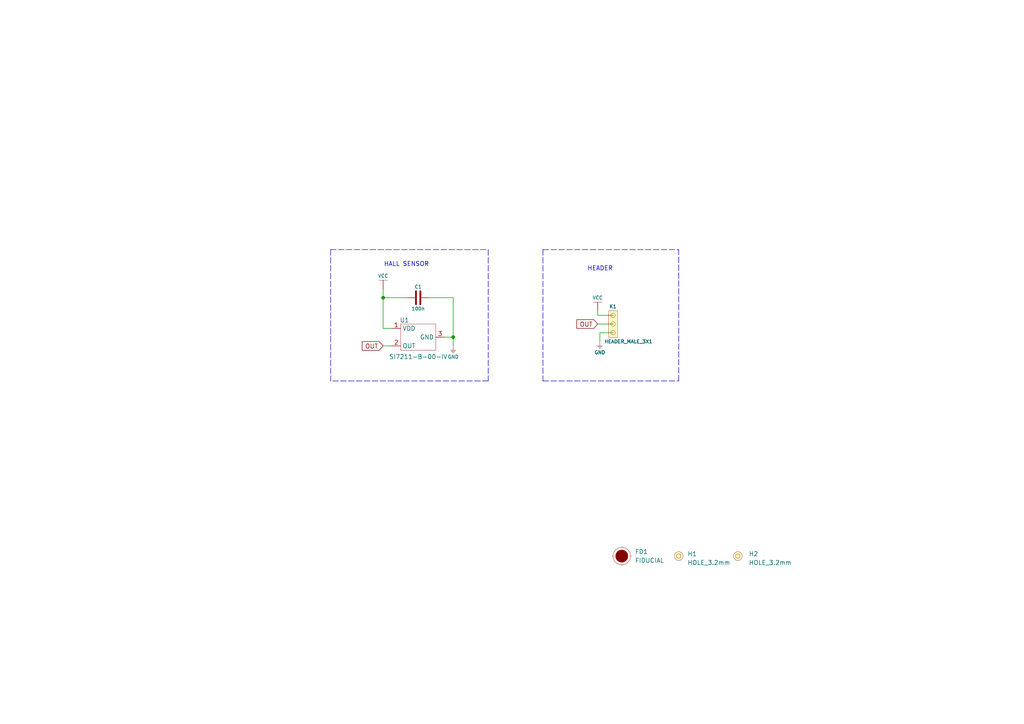
<source format=kicad_sch>
(kicad_sch (version 20211123) (generator eeschema)

  (uuid ea40d022-c996-4a4a-8961-7238afb1dbe3)

  (paper "A4")

  (title_block
    (title "Hall effect sensor analog")
    (date "2021-09-01")
    (rev "V1.1.1.")
    (company "SOLDERED")
    (comment 1 "333079")
  )

  (lib_symbols
    (symbol "e-radionica.com schematics:0603C" (pin_numbers hide) (pin_names (offset 0.002)) (in_bom yes) (on_board yes)
      (property "Reference" "C" (id 0) (at -0.635 3.175 0)
        (effects (font (size 1 1)))
      )
      (property "Value" "0603C" (id 1) (at 0 -3.175 0)
        (effects (font (size 1 1)))
      )
      (property "Footprint" "e-radionica.com footprinti:0603C" (id 2) (at 0 0 0)
        (effects (font (size 1 1)) hide)
      )
      (property "Datasheet" "" (id 3) (at 0 0 0)
        (effects (font (size 1 1)) hide)
      )
      (symbol "0603C_0_1"
        (polyline
          (pts
            (xy -0.635 1.905)
            (xy -0.635 -1.905)
          )
          (stroke (width 0.5) (type default) (color 0 0 0 0))
          (fill (type none))
        )
        (polyline
          (pts
            (xy 0.635 1.905)
            (xy 0.635 -1.905)
          )
          (stroke (width 0.5) (type default) (color 0 0 0 0))
          (fill (type none))
        )
      )
      (symbol "0603C_1_1"
        (pin passive line (at -3.175 0 0) (length 2.54)
          (name "~" (effects (font (size 1.27 1.27))))
          (number "1" (effects (font (size 1.27 1.27))))
        )
        (pin passive line (at 3.175 0 180) (length 2.54)
          (name "~" (effects (font (size 1.27 1.27))))
          (number "2" (effects (font (size 1.27 1.27))))
        )
      )
    )
    (symbol "e-radionica.com schematics:FIDUCIAL" (in_bom yes) (on_board yes)
      (property "Reference" "FD" (id 0) (at 0 3.81 0)
        (effects (font (size 1.27 1.27)))
      )
      (property "Value" "FIDUCIAL" (id 1) (at 0 -3.81 0)
        (effects (font (size 1.27 1.27)))
      )
      (property "Footprint" "e-radionica.com footprinti:FIDUCIAL_23" (id 2) (at 0.254 -5.334 0)
        (effects (font (size 1.27 1.27)) hide)
      )
      (property "Datasheet" "" (id 3) (at 0 0 0)
        (effects (font (size 1.27 1.27)) hide)
      )
      (symbol "FIDUCIAL_0_1"
        (polyline
          (pts
            (xy -2.54 0)
            (xy -2.794 0)
          )
          (stroke (width 0.0006) (type default) (color 0 0 0 0))
          (fill (type none))
        )
        (polyline
          (pts
            (xy 0 -2.54)
            (xy 0 -2.794)
          )
          (stroke (width 0.0006) (type default) (color 0 0 0 0))
          (fill (type none))
        )
        (polyline
          (pts
            (xy 0 2.54)
            (xy 0 2.794)
          )
          (stroke (width 0.0006) (type default) (color 0 0 0 0))
          (fill (type none))
        )
        (polyline
          (pts
            (xy 2.54 0)
            (xy 2.794 0)
          )
          (stroke (width 0.0006) (type default) (color 0 0 0 0))
          (fill (type none))
        )
        (circle (center 0 0) (radius 1.7961)
          (stroke (width 0.001) (type default) (color 0 0 0 0))
          (fill (type outline))
        )
        (circle (center 0 0) (radius 2.54)
          (stroke (width 0.0006) (type default) (color 0 0 0 0))
          (fill (type none))
        )
      )
    )
    (symbol "e-radionica.com schematics:GND" (power) (pin_names (offset 0)) (in_bom yes) (on_board yes)
      (property "Reference" "#PWR" (id 0) (at 4.445 0 0)
        (effects (font (size 1 1)) hide)
      )
      (property "Value" "GND" (id 1) (at 0 -2.921 0)
        (effects (font (size 1 1)))
      )
      (property "Footprint" "" (id 2) (at 4.445 3.81 0)
        (effects (font (size 1 1)) hide)
      )
      (property "Datasheet" "" (id 3) (at 4.445 3.81 0)
        (effects (font (size 1 1)) hide)
      )
      (property "ki_keywords" "power-flag" (id 4) (at 0 0 0)
        (effects (font (size 1.27 1.27)) hide)
      )
      (property "ki_description" "Power symbol creates a global label with name \"+3V3\"" (id 5) (at 0 0 0)
        (effects (font (size 1.27 1.27)) hide)
      )
      (symbol "GND_0_1"
        (polyline
          (pts
            (xy -0.762 -1.27)
            (xy 0.762 -1.27)
          )
          (stroke (width 0.0006) (type default) (color 0 0 0 0))
          (fill (type none))
        )
        (polyline
          (pts
            (xy -0.635 -1.524)
            (xy 0.635 -1.524)
          )
          (stroke (width 0.0006) (type default) (color 0 0 0 0))
          (fill (type none))
        )
        (polyline
          (pts
            (xy -0.381 -1.778)
            (xy 0.381 -1.778)
          )
          (stroke (width 0.0006) (type default) (color 0 0 0 0))
          (fill (type none))
        )
        (polyline
          (pts
            (xy -0.127 -2.032)
            (xy 0.127 -2.032)
          )
          (stroke (width 0.0006) (type default) (color 0 0 0 0))
          (fill (type none))
        )
        (polyline
          (pts
            (xy 0 0)
            (xy 0 -1.27)
          )
          (stroke (width 0.0006) (type default) (color 0 0 0 0))
          (fill (type none))
        )
      )
      (symbol "GND_1_1"
        (pin power_in line (at 0 0 270) (length 0) hide
          (name "GND" (effects (font (size 1.27 1.27))))
          (number "1" (effects (font (size 1.27 1.27))))
        )
      )
    )
    (symbol "e-radionica.com schematics:HEADER_MALE_3X1" (pin_numbers hide) (pin_names hide) (in_bom yes) (on_board yes)
      (property "Reference" "K" (id 0) (at -0.635 5.08 0)
        (effects (font (size 1 1)))
      )
      (property "Value" "HEADER_MALE_3X1" (id 1) (at 0 -5.08 0)
        (effects (font (size 1 1)))
      )
      (property "Footprint" "e-radionica.com footprinti:HEADER_MALE_3X1" (id 2) (at 0 -7.62 0)
        (effects (font (size 1 1)) hide)
      )
      (property "Datasheet" "" (id 3) (at 0 -2.54 0)
        (effects (font (size 1 1)) hide)
      )
      (symbol "HEADER_MALE_3X1_0_1"
        (circle (center 0 -2.54) (radius 0.635)
          (stroke (width 0.0006) (type default) (color 0 0 0 0))
          (fill (type none))
        )
        (circle (center 0 0) (radius 0.635)
          (stroke (width 0.0006) (type default) (color 0 0 0 0))
          (fill (type none))
        )
        (circle (center 0 2.54) (radius 0.635)
          (stroke (width 0.0006) (type default) (color 0 0 0 0))
          (fill (type none))
        )
        (rectangle (start 1.27 -3.81) (end -1.27 3.81)
          (stroke (width 0.001) (type default) (color 0 0 0 0))
          (fill (type background))
        )
      )
      (symbol "HEADER_MALE_3X1_1_1"
        (pin passive line (at 0 -2.54 180) (length 0)
          (name "~" (effects (font (size 1 1))))
          (number "1" (effects (font (size 1 1))))
        )
        (pin passive line (at 0 0 180) (length 0)
          (name "~" (effects (font (size 1 1))))
          (number "2" (effects (font (size 1 1))))
        )
        (pin passive line (at 0 2.54 180) (length 0)
          (name "~" (effects (font (size 1 1))))
          (number "3" (effects (font (size 1 1))))
        )
      )
    )
    (symbol "e-radionica.com schematics:HOLE_3.2mm" (pin_numbers hide) (pin_names hide) (in_bom yes) (on_board yes)
      (property "Reference" "H" (id 0) (at 0 2.54 0)
        (effects (font (size 1.27 1.27)))
      )
      (property "Value" "HOLE_3.2mm" (id 1) (at 0 -2.54 0)
        (effects (font (size 1.27 1.27)))
      )
      (property "Footprint" "e-radionica.com footprinti:HOLE_3.2mm" (id 2) (at 0 0 0)
        (effects (font (size 1.27 1.27)) hide)
      )
      (property "Datasheet" "" (id 3) (at 0 0 0)
        (effects (font (size 1.27 1.27)) hide)
      )
      (symbol "HOLE_3.2mm_0_1"
        (circle (center 0 0) (radius 0.635)
          (stroke (width 0.0006) (type default) (color 0 0 0 0))
          (fill (type none))
        )
        (circle (center 0 0) (radius 1.27)
          (stroke (width 0.001) (type default) (color 0 0 0 0))
          (fill (type background))
        )
      )
    )
    (symbol "e-radionica.com schematics:SI7201-B-06-IV" (in_bom yes) (on_board yes)
      (property "Reference" "U" (id 0) (at -3.81 5.08 0)
        (effects (font (size 1.27 1.27)))
      )
      (property "Value" "SI7201-B-06-IV" (id 1) (at 0 -5.08 0)
        (effects (font (size 1.27 1.27)))
      )
      (property "Footprint" "e-radionica.com footprinti:SOT-23-3" (id 2) (at 0 -7.62 0)
        (effects (font (size 1.27 1.27)) hide)
      )
      (property "Datasheet" "" (id 3) (at 0 0 0)
        (effects (font (size 1.27 1.27)) hide)
      )
      (symbol "SI7201-B-06-IV_0_1"
        (rectangle (start -5.08 3.81) (end 5.08 -3.81)
          (stroke (width 0.0006) (type default) (color 0 0 0 0))
          (fill (type none))
        )
      )
      (symbol "SI7201-B-06-IV_1_1"
        (pin power_in line (at -7.62 2.54 0) (length 2.54)
          (name "VDD" (effects (font (size 1.27 1.27))))
          (number "1" (effects (font (size 1.27 1.27))))
        )
        (pin output line (at -7.62 -2.54 0) (length 2.54)
          (name "OUT" (effects (font (size 1.27 1.27))))
          (number "2" (effects (font (size 1.27 1.27))))
        )
        (pin power_in line (at 7.62 0 180) (length 2.54)
          (name "GND" (effects (font (size 1.27 1.27))))
          (number "3" (effects (font (size 1.27 1.27))))
        )
      )
    )
    (symbol "e-radionica.com schematics:VCC" (power) (pin_names (offset 0)) (in_bom yes) (on_board yes)
      (property "Reference" "#PWR" (id 0) (at 4.445 0 0)
        (effects (font (size 1 1)) hide)
      )
      (property "Value" "VCC" (id 1) (at 0 3.556 0)
        (effects (font (size 1 1)))
      )
      (property "Footprint" "" (id 2) (at 4.445 3.81 0)
        (effects (font (size 1 1)) hide)
      )
      (property "Datasheet" "" (id 3) (at 4.445 3.81 0)
        (effects (font (size 1 1)) hide)
      )
      (property "ki_keywords" "power-flag" (id 4) (at 0 0 0)
        (effects (font (size 1.27 1.27)) hide)
      )
      (property "ki_description" "Power symbol creates a global label with name \"+3V3\"" (id 5) (at 0 0 0)
        (effects (font (size 1.27 1.27)) hide)
      )
      (symbol "VCC_0_1"
        (polyline
          (pts
            (xy -1.27 2.54)
            (xy 1.27 2.54)
          )
          (stroke (width 0.0006) (type default) (color 0 0 0 0))
          (fill (type none))
        )
        (polyline
          (pts
            (xy 0 0)
            (xy 0 2.54)
          )
          (stroke (width 0) (type default) (color 0 0 0 0))
          (fill (type none))
        )
      )
      (symbol "VCC_1_1"
        (pin power_in line (at 0 0 90) (length 0) hide
          (name "VCC" (effects (font (size 1.27 1.27))))
          (number "1" (effects (font (size 1.27 1.27))))
        )
      )
    )
  )

  (junction (at 111.125 86.36) (diameter 0.9144) (color 0 0 0 0)
    (uuid 03c52831-5dc5-43c5-a442-8d23643b46fb)
  )
  (junction (at 131.445 97.79) (diameter 0.9144) (color 0 0 0 0)
    (uuid a1823eb2-fb0d-4ed8-8b96-04184ac3a9d5)
  )

  (polyline (pts (xy 95.885 72.39) (xy 95.885 110.49))
    (stroke (width 0) (type dash) (color 0 0 0 0))
    (uuid 3267ad2b-435d-4bf1-9d17-8eb52920ec88)
  )
  (polyline (pts (xy 95.885 72.39) (xy 141.605 72.39))
    (stroke (width 0) (type dash) (color 0 0 0 0))
    (uuid 3267ad2b-435d-4bf1-9d17-8eb52920ec89)
  )
  (polyline (pts (xy 141.605 72.39) (xy 141.605 110.49))
    (stroke (width 0) (type dash) (color 0 0 0 0))
    (uuid 3267ad2b-435d-4bf1-9d17-8eb52920ec8a)
  )
  (polyline (pts (xy 141.605 110.49) (xy 95.885 110.49))
    (stroke (width 0) (type dash) (color 0 0 0 0))
    (uuid 3267ad2b-435d-4bf1-9d17-8eb52920ec8b)
  )

  (wire (pts (xy 124.46 86.36) (xy 131.445 86.36))
    (stroke (width 0) (type solid) (color 0 0 0 0))
    (uuid 38fdcc20-988f-49da-b2bc-eebafb71f54e)
  )
  (wire (pts (xy 131.445 86.36) (xy 131.445 97.79))
    (stroke (width 0) (type solid) (color 0 0 0 0))
    (uuid 38fdcc20-988f-49da-b2bc-eebafb71f54f)
  )
  (wire (pts (xy 173.99 96.52) (xy 173.99 99.06))
    (stroke (width 0) (type solid) (color 0 0 0 0))
    (uuid 73f09e63-9ff6-4e00-aab1-6e51a032380a)
  )
  (wire (pts (xy 177.8 96.52) (xy 173.99 96.52))
    (stroke (width 0) (type solid) (color 0 0 0 0))
    (uuid 73f09e63-9ff6-4e00-aab1-6e51a032380b)
  )
  (wire (pts (xy 111.125 83.82) (xy 111.125 86.36))
    (stroke (width 0) (type solid) (color 0 0 0 0))
    (uuid 7802b948-9379-40db-b159-a67fc1bbe75c)
  )
  (wire (pts (xy 111.125 86.36) (xy 111.125 95.25))
    (stroke (width 0) (type solid) (color 0 0 0 0))
    (uuid 7802b948-9379-40db-b159-a67fc1bbe75d)
  )
  (wire (pts (xy 111.125 95.25) (xy 113.665 95.25))
    (stroke (width 0) (type solid) (color 0 0 0 0))
    (uuid 7802b948-9379-40db-b159-a67fc1bbe75e)
  )
  (wire (pts (xy 128.905 97.79) (xy 131.445 97.79))
    (stroke (width 0) (type solid) (color 0 0 0 0))
    (uuid b8fb89ea-3bc7-4abf-b631-6f1b5c0fbc84)
  )
  (wire (pts (xy 131.445 97.79) (xy 131.445 100.33))
    (stroke (width 0) (type solid) (color 0 0 0 0))
    (uuid b8fb89ea-3bc7-4abf-b631-6f1b5c0fbc85)
  )
  (polyline (pts (xy 157.48 72.39) (xy 157.48 110.49))
    (stroke (width 0) (type dash) (color 0 0 0 0))
    (uuid c853c7e6-9e1a-4676-b6ec-dba491d859dc)
  )
  (polyline (pts (xy 157.48 72.39) (xy 196.85 72.39))
    (stroke (width 0) (type dash) (color 0 0 0 0))
    (uuid c853c7e6-9e1a-4676-b6ec-dba491d859dd)
  )
  (polyline (pts (xy 157.48 110.49) (xy 196.85 110.49))
    (stroke (width 0) (type dash) (color 0 0 0 0))
    (uuid c853c7e6-9e1a-4676-b6ec-dba491d859de)
  )
  (polyline (pts (xy 196.85 110.49) (xy 196.85 72.39))
    (stroke (width 0) (type dash) (color 0 0 0 0))
    (uuid c853c7e6-9e1a-4676-b6ec-dba491d859df)
  )

  (wire (pts (xy 111.125 100.33) (xy 113.665 100.33))
    (stroke (width 0) (type solid) (color 0 0 0 0))
    (uuid dfeeb048-8356-4fff-9039-c10669f741f0)
  )
  (wire (pts (xy 173.355 93.98) (xy 177.8 93.98))
    (stroke (width 0) (type solid) (color 0 0 0 0))
    (uuid ecde8491-5f0b-488d-abfd-edd28e3b895d)
  )
  (wire (pts (xy 173.355 91.44) (xy 173.355 90.17))
    (stroke (width 0) (type solid) (color 0 0 0 0))
    (uuid ee18a6b6-4a07-451d-b486-e139280d3fb4)
  )
  (wire (pts (xy 177.8 91.44) (xy 173.355 91.44))
    (stroke (width 0) (type solid) (color 0 0 0 0))
    (uuid ee18a6b6-4a07-451d-b486-e139280d3fb5)
  )
  (wire (pts (xy 111.125 86.36) (xy 118.11 86.36))
    (stroke (width 0) (type solid) (color 0 0 0 0))
    (uuid fe30e30f-118b-4bc7-89ec-9beb49197aa5)
  )

  (text "HALL SENSOR" (at 124.46 77.47 180)
    (effects (font (size 1.27 1.27)) (justify right bottom))
    (uuid 118b80ff-fc8b-43dd-8b8a-20b8e6c7afe8)
  )
  (text "HEADER" (at 177.8 78.74 180)
    (effects (font (size 1.27 1.27)) (justify right bottom))
    (uuid b0a01b1c-82bb-4cc9-8e98-bdfe88d17f14)
  )

  (global_label "OUT" (shape input) (at 111.125 100.33 180)
    (effects (font (size 1.27 1.27)) (justify right))
    (uuid 02ef0231-5222-4cf4-95e8-e8407177689b)
    (property "Intersheet References" "${INTERSHEET_REFS}" (id 0) (at 103.5593 100.2506 0)
      (effects (font (size 1.27 1.27)) (justify right) hide)
    )
  )
  (global_label "OUT" (shape input) (at 173.355 93.98 180)
    (effects (font (size 1.27 1.27)) (justify right))
    (uuid 4777834d-f4c6-4113-8862-cc4864a85cd4)
    (property "Intersheet References" "${INTERSHEET_REFS}" (id 0) (at 165.7893 93.9006 0)
      (effects (font (size 1.27 1.27)) (justify right) hide)
    )
  )

  (symbol (lib_id "e-radionica.com schematics:GND") (at 131.445 100.33 0) (unit 1)
    (in_bom yes) (on_board yes)
    (uuid 03973133-1096-4830-b394-3cb46dc0469a)
    (property "Reference" "#PWR02" (id 0) (at 135.89 100.33 0)
      (effects (font (size 1 1)) hide)
    )
    (property "Value" "GND" (id 1) (at 131.445 103.505 0)
      (effects (font (size 1 1)))
    )
    (property "Footprint" "" (id 2) (at 135.89 96.52 0)
      (effects (font (size 1 1)) hide)
    )
    (property "Datasheet" "" (id 3) (at 135.89 96.52 0)
      (effects (font (size 1 1)) hide)
    )
    (pin "1" (uuid 4adeb464-f971-42a2-b25f-794ece033b2a))
  )

  (symbol (lib_id "e-radionica.com schematics:HOLE_3.2mm") (at 196.85 161.29 0) (unit 1)
    (in_bom yes) (on_board yes)
    (uuid 07a563ef-9392-43d7-a36a-bc336aa4879f)
    (property "Reference" "H1" (id 0) (at 199.39 160.655 0)
      (effects (font (size 1.27 1.27)) (justify left))
    )
    (property "Value" "HOLE_3.2mm" (id 1) (at 199.39 163.195 0)
      (effects (font (size 1.27 1.27)) (justify left))
    )
    (property "Footprint" "e-radionica.com footprinti:HOLE_3.2mm" (id 2) (at 196.85 161.29 0)
      (effects (font (size 1.27 1.27)) hide)
    )
    (property "Datasheet" "" (id 3) (at 196.85 161.29 0)
      (effects (font (size 1.27 1.27)) hide)
    )
  )

  (symbol (lib_id "e-radionica.com schematics:0603C") (at 121.285 86.36 0) (unit 1)
    (in_bom yes) (on_board yes)
    (uuid 09718914-f035-4531-b5ca-bb17e5ac468b)
    (property "Reference" "C1" (id 0) (at 121.285 83.185 0)
      (effects (font (size 1 1)))
    )
    (property "Value" "100n" (id 1) (at 121.285 89.535 0)
      (effects (font (size 1 1)))
    )
    (property "Footprint" "e-radionica.com footprinti:0603C" (id 2) (at 121.285 86.36 0)
      (effects (font (size 1 1)) hide)
    )
    (property "Datasheet" "" (id 3) (at 121.285 86.36 0)
      (effects (font (size 1 1)) hide)
    )
    (pin "1" (uuid b66f3b5b-1b30-412d-8643-465cb77654ee))
    (pin "2" (uuid 1e4e538d-1dca-40fd-93b8-783de0876b41))
  )

  (symbol (lib_id "e-radionica.com schematics:HEADER_MALE_3X1") (at 177.8 93.98 0) (unit 1)
    (in_bom yes) (on_board yes)
    (uuid 6735f21c-333a-4a4c-9006-65ddb07d502f)
    (property "Reference" "K1" (id 0) (at 177.8 88.9 0)
      (effects (font (size 1 1)))
    )
    (property "Value" "HEADER_MALE_3X1" (id 1) (at 182.245 99.06 0)
      (effects (font (size 1 1)))
    )
    (property "Footprint" "e-radionica.com footprinti:HEADER_MALE_3X1" (id 2) (at 177.8 101.6 0)
      (effects (font (size 1 1)) hide)
    )
    (property "Datasheet" "" (id 3) (at 177.8 96.52 0)
      (effects (font (size 1 1)) hide)
    )
    (pin "1" (uuid 7be1326b-fe03-46ca-bb19-170aa05c74a5))
    (pin "2" (uuid 405c80c5-7377-441f-9460-230c8bfdcd86))
    (pin "3" (uuid 26104d68-0cbd-4f24-911f-1fa69669a586))
  )

  (symbol (lib_id "e-radionica.com schematics:VCC") (at 173.355 90.17 0) (unit 1)
    (in_bom yes) (on_board yes)
    (uuid 8c6b2660-7f0a-4418-b353-a0f0ca1273e2)
    (property "Reference" "#PWR03" (id 0) (at 177.8 90.17 0)
      (effects (font (size 1 1)) hide)
    )
    (property "Value" "VCC" (id 1) (at 173.355 86.36 0)
      (effects (font (size 1 1)))
    )
    (property "Footprint" "" (id 2) (at 177.8 86.36 0)
      (effects (font (size 1 1)) hide)
    )
    (property "Datasheet" "" (id 3) (at 177.8 86.36 0)
      (effects (font (size 1 1)) hide)
    )
    (pin "1" (uuid b492cf6f-6b6f-49f5-8c82-2194e0e52c1a))
  )

  (symbol (lib_id "e-radionica.com schematics:GND") (at 173.99 99.06 0) (unit 1)
    (in_bom yes) (on_board yes)
    (uuid 9691f1b1-2623-4d0a-a22e-a4e81cff0933)
    (property "Reference" "#PWR04" (id 0) (at 178.435 99.06 0)
      (effects (font (size 1 1)) hide)
    )
    (property "Value" "GND" (id 1) (at 173.99 102.235 0)
      (effects (font (size 1 1)))
    )
    (property "Footprint" "" (id 2) (at 178.435 95.25 0)
      (effects (font (size 1 1)) hide)
    )
    (property "Datasheet" "" (id 3) (at 178.435 95.25 0)
      (effects (font (size 1 1)) hide)
    )
    (pin "1" (uuid 4adeb464-f971-42a2-b25f-794ece033b2b))
  )

  (symbol (lib_id "e-radionica.com schematics:SI7201-B-06-IV") (at 121.285 97.79 0) (unit 1)
    (in_bom yes) (on_board yes)
    (uuid 9b3c248f-5697-47fa-887f-ecd12f187cb7)
    (property "Reference" "U1" (id 0) (at 117.3226 92.8624 0))
    (property "Value" "SI7211-B-00-IV" (id 1) (at 121.3358 103.4796 0))
    (property "Footprint" "e-radionica.com footprinti:SOT-23-3" (id 2) (at 121.285 105.41 0)
      (effects (font (size 1.27 1.27)) hide)
    )
    (property "Datasheet" "" (id 3) (at 121.285 97.79 0)
      (effects (font (size 1.27 1.27)) hide)
    )
    (pin "1" (uuid aa374f7b-fa08-42ce-8f53-0940ff03042d))
    (pin "2" (uuid c73b064b-3900-4b7a-9e01-85cceda14fb3))
    (pin "3" (uuid 0857911e-fde5-4fbf-8509-7f94dddb4cb6))
  )

  (symbol (lib_id "e-radionica.com schematics:VCC") (at 111.125 83.82 0) (unit 1)
    (in_bom yes) (on_board yes)
    (uuid b4ee1bdc-704c-40d0-8c18-4713d768c104)
    (property "Reference" "#PWR01" (id 0) (at 115.57 83.82 0)
      (effects (font (size 1 1)) hide)
    )
    (property "Value" "VCC" (id 1) (at 111.125 80.01 0)
      (effects (font (size 1 1)))
    )
    (property "Footprint" "" (id 2) (at 115.57 80.01 0)
      (effects (font (size 1 1)) hide)
    )
    (property "Datasheet" "" (id 3) (at 115.57 80.01 0)
      (effects (font (size 1 1)) hide)
    )
    (pin "1" (uuid b492cf6f-6b6f-49f5-8c82-2194e0e52c19))
  )

  (symbol (lib_id "e-radionica.com schematics:FIDUCIAL") (at 180.34 161.29 0) (unit 1)
    (in_bom yes) (on_board yes) (fields_autoplaced)
    (uuid e511dff6-5e4b-4813-a33f-4e1a7296295d)
    (property "Reference" "FD1" (id 0) (at 184.15 160.0199 0)
      (effects (font (size 1.27 1.27)) (justify left))
    )
    (property "Value" "FIDUCIAL" (id 1) (at 184.15 162.5599 0)
      (effects (font (size 1.27 1.27)) (justify left))
    )
    (property "Footprint" "e-radionica.com footprinti:FIDUCIAL_23" (id 2) (at 180.594 166.624 0)
      (effects (font (size 1.27 1.27)) hide)
    )
    (property "Datasheet" "" (id 3) (at 180.34 161.29 0)
      (effects (font (size 1.27 1.27)) hide)
    )
  )

  (symbol (lib_id "e-radionica.com schematics:HOLE_3.2mm") (at 213.995 161.29 0) (unit 1)
    (in_bom yes) (on_board yes)
    (uuid fee2c5c2-63d4-4fc8-872d-1c65e21aa6df)
    (property "Reference" "H2" (id 0) (at 217.17 160.655 0)
      (effects (font (size 1.27 1.27)) (justify left))
    )
    (property "Value" "HOLE_3.2mm" (id 1) (at 217.17 163.195 0)
      (effects (font (size 1.27 1.27)) (justify left))
    )
    (property "Footprint" "e-radionica.com footprinti:HOLE_3.2mm" (id 2) (at 213.995 161.29 0)
      (effects (font (size 1.27 1.27)) hide)
    )
    (property "Datasheet" "" (id 3) (at 213.995 161.29 0)
      (effects (font (size 1.27 1.27)) hide)
    )
  )

  (sheet_instances
    (path "/" (page "1"))
  )

  (symbol_instances
    (path "/b4ee1bdc-704c-40d0-8c18-4713d768c104"
      (reference "#PWR01") (unit 1) (value "VCC") (footprint "")
    )
    (path "/03973133-1096-4830-b394-3cb46dc0469a"
      (reference "#PWR02") (unit 1) (value "GND") (footprint "")
    )
    (path "/8c6b2660-7f0a-4418-b353-a0f0ca1273e2"
      (reference "#PWR03") (unit 1) (value "VCC") (footprint "")
    )
    (path "/9691f1b1-2623-4d0a-a22e-a4e81cff0933"
      (reference "#PWR04") (unit 1) (value "GND") (footprint "")
    )
    (path "/09718914-f035-4531-b5ca-bb17e5ac468b"
      (reference "C1") (unit 1) (value "100n") (footprint "e-radionica.com footprinti:0603C")
    )
    (path "/e511dff6-5e4b-4813-a33f-4e1a7296295d"
      (reference "FD1") (unit 1) (value "FIDUCIAL") (footprint "e-radionica.com footprinti:FIDUCIAL_23")
    )
    (path "/07a563ef-9392-43d7-a36a-bc336aa4879f"
      (reference "H1") (unit 1) (value "HOLE_3.2mm") (footprint "e-radionica.com footprinti:HOLE_3.2mm")
    )
    (path "/fee2c5c2-63d4-4fc8-872d-1c65e21aa6df"
      (reference "H2") (unit 1) (value "HOLE_3.2mm") (footprint "e-radionica.com footprinti:HOLE_3.2mm")
    )
    (path "/6735f21c-333a-4a4c-9006-65ddb07d502f"
      (reference "K1") (unit 1) (value "HEADER_MALE_3X1") (footprint "e-radionica.com footprinti:HEADER_MALE_3X1")
    )
    (path "/9b3c248f-5697-47fa-887f-ecd12f187cb7"
      (reference "U1") (unit 1) (value "SI7211-B-00-IV") (footprint "e-radionica.com footprinti:SOT-23-3")
    )
  )
)

</source>
